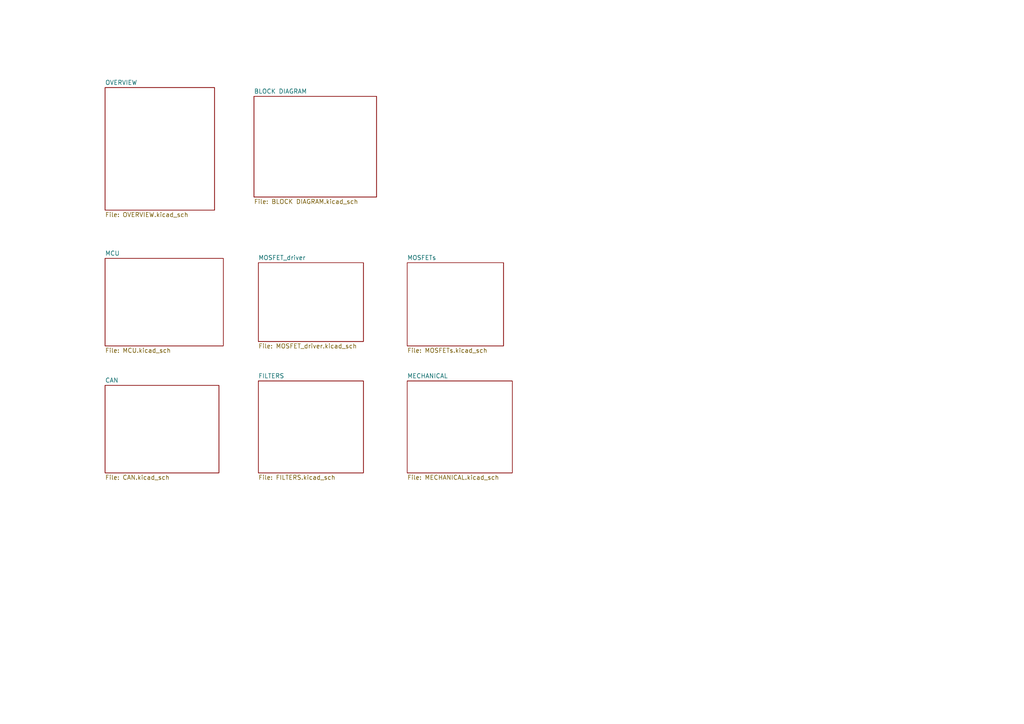
<source format=kicad_sch>
(kicad_sch
	(version 20231120)
	(generator "eeschema")
	(generator_version "8.0")
	(uuid "e43fd2b2-40b9-4943-b54e-38e9ac13f557")
	(paper "A4")
	(lib_symbols)
	(sheet
		(at 74.93 110.49)
		(size 30.48 26.67)
		(fields_autoplaced yes)
		(stroke
			(width 0.1524)
			(type solid)
		)
		(fill
			(color 0 0 0 0.0000)
		)
		(uuid "07909ffc-4aa0-4588-a5de-ee7ff3012374")
		(property "Sheetname" "FILTERS"
			(at 74.93 109.7784 0)
			(effects
				(font
					(size 1.27 1.27)
				)
				(justify left bottom)
			)
		)
		(property "Sheetfile" "FILTERS.kicad_sch"
			(at 74.93 137.7446 0)
			(effects
				(font
					(size 1.27 1.27)
				)
				(justify left top)
			)
		)
		(instances
			(project "ESC_01"
				(path "/e43fd2b2-40b9-4943-b54e-38e9ac13f557"
					(page "6")
				)
			)
		)
	)
	(sheet
		(at 30.48 111.76)
		(size 33.02 25.4)
		(fields_autoplaced yes)
		(stroke
			(width 0.1524)
			(type solid)
		)
		(fill
			(color 0 0 0 0.0000)
		)
		(uuid "36d3460e-a75b-483d-ac97-c6616567541a")
		(property "Sheetname" "CAN"
			(at 30.48 111.0484 0)
			(effects
				(font
					(size 1.27 1.27)
				)
				(justify left bottom)
			)
		)
		(property "Sheetfile" "CAN.kicad_sch"
			(at 30.48 137.7446 0)
			(effects
				(font
					(size 1.27 1.27)
				)
				(justify left top)
			)
		)
		(instances
			(project "ESC_01"
				(path "/e43fd2b2-40b9-4943-b54e-38e9ac13f557"
					(page "5")
				)
			)
		)
	)
	(sheet
		(at 118.11 76.2)
		(size 27.94 24.13)
		(fields_autoplaced yes)
		(stroke
			(width 0.1524)
			(type solid)
		)
		(fill
			(color 0 0 0 0.0000)
		)
		(uuid "6762cef8-e313-47fd-8ca2-d382b5269353")
		(property "Sheetname" "MOSFETs"
			(at 118.11 75.4884 0)
			(effects
				(font
					(size 1.27 1.27)
				)
				(justify left bottom)
			)
		)
		(property "Sheetfile" "MOSFETs.kicad_sch"
			(at 118.11 100.9146 0)
			(effects
				(font
					(size 1.27 1.27)
				)
				(justify left top)
			)
		)
		(instances
			(project "ESC_01"
				(path "/e43fd2b2-40b9-4943-b54e-38e9ac13f557"
					(page "4")
				)
			)
		)
	)
	(sheet
		(at 74.93 76.2)
		(size 30.48 22.86)
		(fields_autoplaced yes)
		(stroke
			(width 0.1524)
			(type solid)
		)
		(fill
			(color 0 0 0 0.0000)
		)
		(uuid "6a49663d-a606-45c0-88d2-4a3fa180da4a")
		(property "Sheetname" "MOSFET_driver"
			(at 74.93 75.4884 0)
			(effects
				(font
					(size 1.27 1.27)
				)
				(justify left bottom)
			)
		)
		(property "Sheetfile" "MOSFET_driver.kicad_sch"
			(at 74.93 99.6446 0)
			(effects
				(font
					(size 1.27 1.27)
				)
				(justify left top)
			)
		)
		(instances
			(project "ESC_01"
				(path "/e43fd2b2-40b9-4943-b54e-38e9ac13f557"
					(page "3")
				)
			)
		)
	)
	(sheet
		(at 73.66 27.94)
		(size 35.56 29.21)
		(fields_autoplaced yes)
		(stroke
			(width 0.1524)
			(type solid)
		)
		(fill
			(color 0 0 0 0.0000)
		)
		(uuid "b376b682-4ffe-407e-ab49-e5f9ba9e7bb9")
		(property "Sheetname" "BLOCK DIAGRAM"
			(at 73.66 27.2284 0)
			(effects
				(font
					(size 1.27 1.27)
				)
				(justify left bottom)
			)
		)
		(property "Sheetfile" "BLOCK DIAGRAM.kicad_sch"
			(at 73.66 57.7346 0)
			(effects
				(font
					(size 1.27 1.27)
				)
				(justify left top)
			)
		)
		(instances
			(project "ESC_01"
				(path "/e43fd2b2-40b9-4943-b54e-38e9ac13f557"
					(page "8")
				)
			)
		)
	)
	(sheet
		(at 30.48 74.93)
		(size 34.29 25.4)
		(fields_autoplaced yes)
		(stroke
			(width 0.1524)
			(type solid)
		)
		(fill
			(color 0 0 0 0.0000)
		)
		(uuid "e10d02a0-e9fc-4d87-a7c6-e6381395ad43")
		(property "Sheetname" "MCU"
			(at 30.48 74.2184 0)
			(effects
				(font
					(size 1.27 1.27)
				)
				(justify left bottom)
			)
		)
		(property "Sheetfile" "MCU.kicad_sch"
			(at 30.48 100.9146 0)
			(effects
				(font
					(size 1.27 1.27)
				)
				(justify left top)
			)
		)
		(instances
			(project "ESC_01"
				(path "/e43fd2b2-40b9-4943-b54e-38e9ac13f557"
					(page "2")
				)
			)
		)
	)
	(sheet
		(at 118.11 110.49)
		(size 30.48 26.67)
		(fields_autoplaced yes)
		(stroke
			(width 0.1524)
			(type solid)
		)
		(fill
			(color 0 0 0 0.0000)
		)
		(uuid "e5f9cdff-8152-490f-8c42-632343c81f69")
		(property "Sheetname" "MECHANICAL"
			(at 118.11 109.7784 0)
			(effects
				(font
					(size 1.27 1.27)
				)
				(justify left bottom)
			)
		)
		(property "Sheetfile" "MECHANICAL.kicad_sch"
			(at 118.11 137.7446 0)
			(effects
				(font
					(size 1.27 1.27)
				)
				(justify left top)
			)
		)
		(instances
			(project "ESC_01"
				(path "/e43fd2b2-40b9-4943-b54e-38e9ac13f557"
					(page "9")
				)
			)
		)
	)
	(sheet
		(at 30.48 25.4)
		(size 31.75 35.56)
		(fields_autoplaced yes)
		(stroke
			(width 0.1524)
			(type solid)
		)
		(fill
			(color 0 0 0 0.0000)
		)
		(uuid "fcf987ae-55b8-4472-a78a-f176dea06127")
		(property "Sheetname" "OVERVIEW"
			(at 30.48 24.6884 0)
			(effects
				(font
					(size 1.27 1.27)
				)
				(justify left bottom)
			)
		)
		(property "Sheetfile" "OVERVIEW.kicad_sch"
			(at 30.48 61.5446 0)
			(effects
				(font
					(size 1.27 1.27)
				)
				(justify left top)
			)
		)
		(instances
			(project "ESC_01"
				(path "/e43fd2b2-40b9-4943-b54e-38e9ac13f557"
					(page "7")
				)
			)
		)
	)
	(sheet_instances
		(path "/"
			(page "1")
		)
	)
)

</source>
